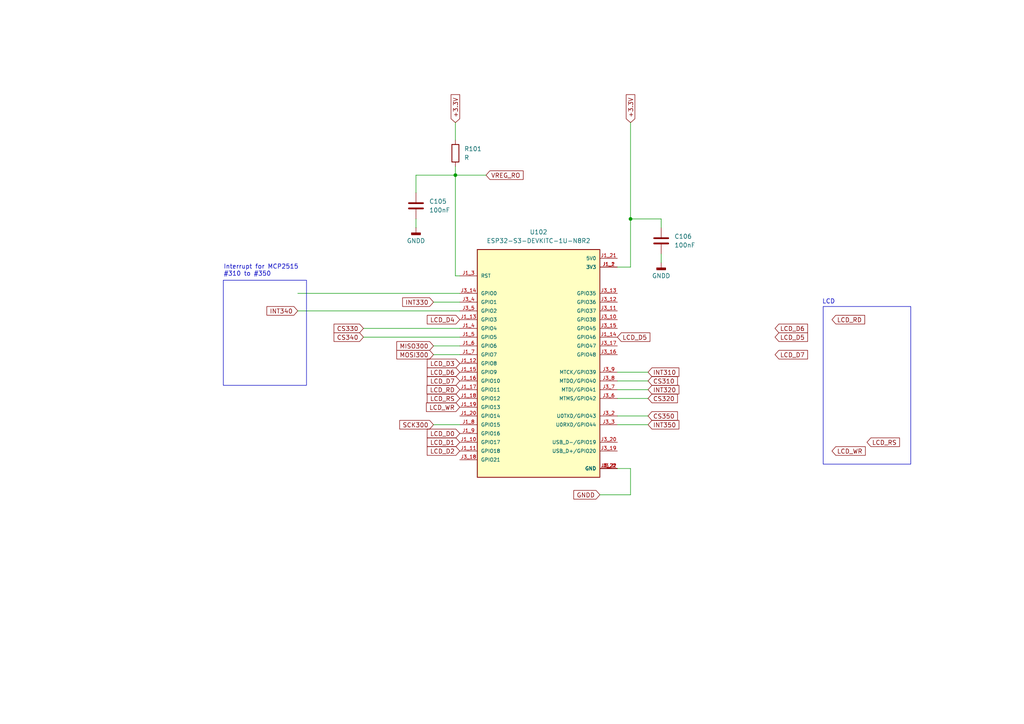
<source format=kicad_sch>
(kicad_sch (version 20250114) (generator "eeschema") (generator_version "9.0")
  (paper "A4")
  (lib_symbols
    (symbol "Device:C" (pin_numbers (hide yes)) (pin_names (offset 0.254))
      (property "Reference" "C" (at 0.635 2.54 0))
      (property "Value" "C" (at 0.635 -2.54 0))
      (symbol "C_0_1"
        (polyline (pts (xy -2.032 0.762) (xy 2.032 0.762)) (stroke (width 0.508)))
        (polyline (pts (xy -2.032 -0.762) (xy 2.032 -0.762)) (stroke (width 0.508)))
      )
      (symbol "C_1_1"
        (pin passive line (at 0 3.81 270) (length 2.794) (name "~") (number "1"))
        (pin passive line (at 0 -3.81 90) (length 2.794) (name "~") (number "2"))
      )
    )
    (symbol "Device:R" (pin_numbers (hide yes)) (pin_names (offset 0))
      (property "Reference" "R" (at 2.032 0 90))
      (property "Value" "R" (at 0 0 90))
      (symbol "R_0_1"
        (rectangle (start -1.016 -2.54) (end 1.016 2.54) (stroke (width 0.254)))
      )
      (symbol "R_1_1"
        (pin passive line (at 0 3.81 270) (length 1.27) (name "~") (number "1"))
        (pin passive line (at 0 -3.81 90) (length 1.27) (name "~") (number "2"))
      )
    )
    (symbol "ESP32-S3-DEVKITC-1U-N8R2:ESP32-S3-DEVKITC-1U-N8R2" (pin_names (offset 1.016))
      (property "Reference" "U" (at -17.78 35.56 0))
      (property "Value" "ESP32-S3-DEVKITC-1U-N8R2" (at -17.78 -35.56 0))
      (symbol "ESP32-S3-DEVKITC-1U-N8R2_0_0"
        (rectangle (start -17.78 -33.02) (end 17.78 33.02) (stroke (width 0.254)) (fill (type background)))
        (pin input line (at -22.86 25.4 0) (length 5.08) (name "RST") (number "J1_3"))
        (pin bidirectional line (at -22.86 20.32 0) (length 5.08) (name "GPIO0") (number "J3_14"))
        (pin bidirectional line (at -22.86 17.78 0) (length 5.08) (name "GPIO1") (number "J3_4"))
        (pin bidirectional line (at -22.86 15.24 0) (length 5.08) (name "GPIO2") (number "J3_5"))
        (pin bidirectional line (at -22.86 12.7 0) (length 5.08) (name "GPIO3") (number "J1_13"))
        (pin bidirectional line (at -22.86 10.16 0) (length 5.08) (name "GPIO4") (number "J1_4"))
        (pin bidirectional line (at -22.86 7.62 0) (length 5.08) (name "GPIO5") (number "J1_5"))
        (pin bidirectional line (at -22.86 5.08 0) (length 5.08) (name "GPIO6") (number "J1_6"))
        (pin bidirectional line (at -22.86 2.54 0) (length 5.08) (name "GPIO7") (number "J1_7"))
        (pin bidirectional line (at -22.86 0 0) (length 5.08) (name "GPIO8") (number "J1_12"))
        (pin bidirectional line (at -22.86 -2.54 0) (length 5.08) (name "GPIO9") (number "J1_15"))
        (pin bidirectional line (at -22.86 -5.08 0) (length 5.08) (name "GPIO10") (number "J1_16"))
        (pin bidirectional line (at -22.86 -7.62 0) (length 5.08) (name "GPIO11") (number "J1_17"))
        (pin bidirectional line (at -22.86 -10.16 0) (length 5.08) (name "GPIO12") (number "J1_18"))
        (pin bidirectional line (at -22.86 -12.7 0) (length 5.08) (name "GPIO13") (number "J1_19"))
        (pin bidirectional line (at -22.86 -15.24 0) (length 5.08) (name "GPIO14") (number "J1_20"))
        (pin bidirectional line (at -22.86 -17.78 0) (length 5.08) (name "GPIO15") (number "J1_8"))
        (pin bidirectional line (at -22.86 -20.32 0) (length 5.08) (name "GPIO16") (number "J1_9"))
        (pin bidirectional line (at -22.86 -22.86 0) (length 5.08) (name "GPIO17") (number "J1_10"))
        (pin bidirectional line (at -22.86 -25.4 0) (length 5.08) (name "GPIO18") (number "J1_11"))
        (pin bidirectional line (at -22.86 -27.94 0) (length 5.08) (name "GPIO21") (number "J3_18"))
        (pin power_in line (at 22.86 30.48 180) (length 5.08) (name "5V0") (number "J1_21"))
        (pin power_in line (at 22.86 27.94 180) (length 5.08) (name "3V3") (number "J1_1"))
        (pin power_in line (at 22.86 27.94 180) (length 5.08) (name "3V3") (number "J1_2"))
        (pin bidirectional line (at 22.86 20.32 180) (length 5.08) (name "GPIO35") (number "J3_13"))
        (pin bidirectional line (at 22.86 17.78 180) (length 5.08) (name "GPIO36") (number "J3_12"))
        (pin bidirectional line (at 22.86 15.24 180) (length 5.08) (name "GPIO37") (number "J3_11"))
        (pin bidirectional line (at 22.86 12.7 180) (length 5.08) (name "GPIO38") (number "J3_10"))
        (pin bidirectional line (at 22.86 10.16 180) (length 5.08) (name "GPIO45") (number "J3_15"))
        (pin bidirectional line (at 22.86 7.62 180) (length 5.08) (name "GPIO46") (number "J1_14"))
        (pin bidirectional line (at 22.86 5.08 180) (length 5.08) (name "GPIO47") (number "J3_17"))
        (pin bidirectional line (at 22.86 2.54 180) (length 5.08) (name "GPIO48") (number "J3_16"))
        (pin bidirectional line (at 22.86 -2.54 180) (length 5.08) (name "MTCK/GPIO39") (number "J3_9"))
        (pin bidirectional line (at 22.86 -5.08 180) (length 5.08) (name "MTDO/GPIO40") (number "J3_8"))
        (pin bidirectional line (at 22.86 -7.62 180) (length 5.08) (name "MTDI/GPIO41") (number "J3_7"))
        (pin bidirectional line (at 22.86 -10.16 180) (length 5.08) (name "MTMS/GPIO42") (number "J3_6"))
        (pin bidirectional line (at 22.86 -15.24 180) (length 5.08) (name "U0TXD/GPIO43") (number "J3_2"))
        (pin bidirectional line (at 22.86 -17.78 180) (length 5.08) (name "U0RXD/GPIO44") (number "J3_3"))
        (pin bidirectional line (at 22.86 -22.86 180) (length 5.08) (name "USB_D-/GPIO19") (number "J3_20"))
        (pin bidirectional line (at 22.86 -25.4 180) (length 5.08) (name "USB_D+/GPIO20") (number "J3_19"))
        (pin power_in line (at 22.86 -30.48 180) (length 5.08) (name "GND") (number "J1_22"))
        (pin power_in line (at 22.86 -30.48 180) (length 5.08) (name "GND") (number "J3_1"))
        (pin power_in line (at 22.86 -30.48 180) (length 5.08) (name "GND") (number "J3_21"))
        (pin power_in line (at 22.86 -30.48 180) (length 5.08) (name "GND") (number "J3_22"))
      )
    )
    (symbol "power:GNDD" (power) (pin_numbers (hide yes)) (pin_names (offset 0) (hide yes))
      (property "Value" "GNDD" (at 0 -3.175 0))
      (symbol "GNDD_0_1"
        (rectangle (start -1.27 -1.524) (end 1.27 -2.032) (stroke (width 0.254)) (fill (type outline)))
        (polyline (pts (xy 0 0) (xy 0 -1.524)))
      )
      (symbol "GNDD_1_1"
        (pin power_in line (at 0 0 270) (length 0) (name "~") (number "1"))
      )
    )
  )
  (rectangle (start 238.76 88.9) (end 264.16 134.62))
  (rectangle (start 64.77 81.28) (end 88.9 111.76))
  (text "LCD" (at 240.3384 87.5762 0) (effects (font (size 1.27 1.27))))
  (text "Interrupt for MCP2515\n#310 to #350" (at 64.83 78.5121 0) (effects (font (size 1.27 1.27)) (justify left)))
  (junction (at 132.08 50.8))
  (junction (at 182.88 63.5))
  (wire (pts (xy 105.41 95.25) (xy 133.35 95.25)))
  (wire (pts (xy 182.88 143.51) (xy 182.88 135.89)))
  (wire (pts (xy 120.65 50.8) (xy 120.65 55.88)))
  (wire (pts (xy 191.77 63.5) (xy 191.77 66.04)))
  (wire (pts (xy 182.88 143.51) (xy 173.99 143.51)))
  (wire (pts (xy 132.08 50.8) (xy 120.65 50.8)))
  (wire (pts (xy 125.73 100.33) (xy 133.35 100.33)))
  (wire (pts (xy 120.65 63.5) (xy 120.65 66.04)))
  (wire (pts (xy 132.08 80.01) (xy 133.35 80.01)))
  (wire (pts (xy 86.36 85.09) (xy 133.35 85.09)))
  (wire (pts (xy 179.07 115.57) (xy 187.96 115.57)))
  (wire (pts (xy 125.73 87.63) (xy 133.35 87.63)))
  (wire (pts (xy 179.07 110.49) (xy 187.96 110.49)))
  (wire (pts (xy 182.88 63.5) (xy 182.88 77.47)))
  (wire (pts (xy 86.36 90.17) (xy 133.35 90.17)))
  (wire (pts (xy 140.97 50.8) (xy 132.08 50.8)))
  (wire (pts (xy 132.08 50.8) (xy 132.08 80.01)))
  (wire (pts (xy 187.96 120.65) (xy 179.07 120.65)))
  (wire (pts (xy 182.88 135.89) (xy 179.07 135.89)))
  (wire (pts (xy 132.08 48.26) (xy 132.08 50.8)))
  (wire (pts (xy 182.88 77.47) (xy 179.07 77.47)))
  (wire (pts (xy 125.73 102.87) (xy 133.35 102.87)))
  (wire (pts (xy 179.07 123.19) (xy 187.96 123.19)))
  (wire (pts (xy 191.77 73.66) (xy 191.77 76.2)))
  (wire (pts (xy 105.41 97.79) (xy 133.35 97.79)))
  (wire (pts (xy 125.73 123.19) (xy 133.35 123.19)))
  (wire (pts (xy 182.88 35.56) (xy 182.88 63.5)))
  (wire (pts (xy 179.07 107.95) (xy 187.96 107.95)))
  (wire (pts (xy 132.08 35.56) (xy 132.08 40.64)))
  (wire (pts (xy 182.88 63.5) (xy 191.77 63.5)))
  (wire (pts (xy 179.07 113.03) (xy 187.96 113.03)))
  (global_label "LCD_D2" (shape input) (at 133.35 130.81 180) (property "Intersheetrefs" "${INTERSHEET_REFS}" (effects (hide yes))))
  (global_label "MISO300" (shape input) (at 125.73 100.33 180) (property "Intersheetrefs" "${INTERSHEET_REFS}" (effects (hide yes))))
  (global_label "INT340" (shape input) (at 86.36 90.17 180) (property "Intersheetrefs" "${INTERSHEET_REFS}" (effects (hide yes))))
  (global_label "CS340" (shape input) (at 105.41 97.79 180) (property "Intersheetrefs" "${INTERSHEET_REFS}" (effects (hide yes))))
  (global_label "INT330" (shape input) (at 125.73 87.63 180) (property "Intersheetrefs" "${INTERSHEET_REFS}" (effects (hide yes))))
  (global_label "INT320" (shape input) (at 187.96 113.03 0) (property "Intersheetrefs" "${INTERSHEET_REFS}" (effects (hide yes))))
  (global_label "LCD_D5" (shape input) (at 179.07 97.79 0) (property "Intersheetrefs" "${INTERSHEET_REFS}" (effects (hide yes))))
  (global_label "LCD_RD" (shape input) (at 241.3 92.71 0) (property "Intersheetrefs" "${INTERSHEET_REFS}" (effects (hide yes))))
  (global_label "LCD_WR" (shape input) (at 241.3 130.81 0) (property "Intersheetrefs" "${INTERSHEET_REFS}" (effects (hide yes))))
  (global_label "+3.3V" (shape input) (at 132.08 35.56 90) (property "Intersheetrefs" "${INTERSHEET_REFS}" (effects (hide yes))))
  (global_label "LCD_D7" (shape input) (at 224.79 102.87 0) (property "Intersheetrefs" "${INTERSHEET_REFS}" (effects (hide yes))))
  (global_label "MOSI300" (shape input) (at 125.73 102.87 180) (property "Intersheetrefs" "${INTERSHEET_REFS}" (effects (hide yes))))
  (global_label "LCD_D6" (shape input) (at 224.79 95.25 0) (property "Intersheetrefs" "${INTERSHEET_REFS}" (effects (hide yes))))
  (global_label "LCD_D1" (shape input) (at 133.35 128.27 180) (property "Intersheetrefs" "${INTERSHEET_REFS}" (effects (hide yes))))
  (global_label "LCD_D4" (shape input) (at 133.35 92.71 180) (property "Intersheetrefs" "${INTERSHEET_REFS}" (effects (hide yes))))
  (global_label "+3.3V" (shape input) (at 182.88 35.56 90) (property "Intersheetrefs" "${INTERSHEET_REFS}" (effects (hide yes))))
  (global_label "SCK300" (shape input) (at 125.73 123.19 180) (property "Intersheetrefs" "${INTERSHEET_REFS}" (effects (hide yes))))
  (global_label "INT350" (shape input) (at 187.96 123.19 0) (property "Intersheetrefs" "${INTERSHEET_REFS}" (effects (hide yes))))
  (global_label "GNDD" (shape input) (at 173.99 143.51 180) (property "Intersheetrefs" "${INTERSHEET_REFS}" (effects (hide yes))))
  (global_label "LCD_D0" (shape input) (at 133.35 125.73 180) (property "Intersheetrefs" "${INTERSHEET_REFS}" (effects (hide yes))))
  (global_label "LCD_D6" (shape input) (at 133.35 107.95 180) (property "Intersheetrefs" "${INTERSHEET_REFS}" (effects (hide yes))))
  (global_label "CS320" (shape input) (at 187.96 115.57 0) (property "Intersheetrefs" "${INTERSHEET_REFS}" (effects (hide yes))))
  (global_label "CS350" (shape input) (at 187.96 120.65 0) (property "Intersheetrefs" "${INTERSHEET_REFS}" (effects (hide yes))))
  (global_label "LCD_WR" (shape input) (at 133.35 118.11 180) (property "Intersheetrefs" "${INTERSHEET_REFS}" (effects (hide yes))))
  (global_label "LCD_RS" (shape input) (at 133.35 115.57 180) (property "Intersheetrefs" "${INTERSHEET_REFS}" (effects (hide yes))))
  (global_label "LCD_RS" (shape input) (at 251.46 128.27 0) (property "Intersheetrefs" "${INTERSHEET_REFS}" (effects (hide yes))))
  (global_label "VREG_RO" (shape input) (at 140.97 50.8 0) (property "Intersheetrefs" "${INTERSHEET_REFS}" (effects (hide yes))))
  (global_label "LCD_D5" (shape input) (at 224.79 97.79 0) (property "Intersheetrefs" "${INTERSHEET_REFS}" (effects (hide yes))))
  (global_label "CS310" (shape input) (at 187.96 110.49 0) (property "Intersheetrefs" "${INTERSHEET_REFS}" (effects (hide yes))))
  (global_label "LCD_D3" (shape input) (at 133.35 105.41 180) (property "Intersheetrefs" "${INTERSHEET_REFS}" (effects (hide yes))))
  (global_label "INT310" (shape input) (at 187.96 107.95 0) (property "Intersheetrefs" "${INTERSHEET_REFS}" (effects (hide yes))))
  (global_label "CS330" (shape input) (at 105.41 95.25 180) (property "Intersheetrefs" "${INTERSHEET_REFS}" (effects (hide yes))))
  (global_label "LCD_D7" (shape input) (at 133.35 110.49 180) (property "Intersheetrefs" "${INTERSHEET_REFS}" (effects (hide yes))))
  (global_label "LCD_RD" (shape input) (at 133.35 113.03 180) (property "Intersheetrefs" "${INTERSHEET_REFS}" (effects (hide yes))))
  (symbol (lib_id "power:GNDD") (at 191.77 76.2 0) (unit 1)
    (property "Reference" "#PWR0109" (effects (hide yes)))
    (property "Value" "GNDD" (at 191.77 80.01 0))
    (property "Description" "Power symbol creates a global label with name \"GNDD\" , digital ground" (effects (hide yes)))
  )
  (symbol (lib_id "Device:C") (at 191.77 69.85 0) (unit 1)
    (property "Reference" "C106" (at 195.58 68.5799 0) (effects (justify left)))
    (property "Value" "100nF" (at 195.58 71.1199 0) (effects (justify left)))
    (property "Description" "Unpolarized capacitor" (effects (hide yes)))
  )
  (symbol (lib_id "Device:R") (at 132.08 44.45 0) (unit 1)
    (property "Reference" "R101" (at 134.62 43.1799 0) (effects (justify left)))
    (property "Value" "R" (at 134.62 45.7199 0) (effects (justify left)))
    (property "Description" "Resistor" (effects (hide yes)))
  )
  (symbol (lib_id "ESP32-S3-DEVKITC-1U-N8R2:ESP32-S3-DEVKITC-1U-N8R2") (at 156.21 105.41 0) (unit 1)
    (property "Reference" "U102" (at 156.21 67.31 0))
    (property "Value" "ESP32-S3-DEVKITC-1U-N8R2" (at 156.21 69.85 0))
    (property "Footprint" "ESP32-S3-DEVKIT:XCVR_ESP32-S3-DEVKITC-1U-N8R2" (effects (hide yes)))
    (property "MF" "Espressif Systems" (effects (hide yes)))
    (property "MAXIMUM_PACKAGE_HEIGHT" "10.69mm" (effects (hide yes)))
    (property "Package" "None" (effects (hide yes)))
    (property "Price" "None" (effects (hide yes)))
    (property "Check_prices" "https://www.snapeda.com/parts/ESP32-S3-DEVKITC-1U-N8R2/Espressif+Systems/view-part/?ref=eda" (effects (hide yes)))
    (property "STANDARD" "Manufacturer Recommendations" (effects (hide yes)))
    (property "PARTREV" "5.3" (effects (hide yes)))
    (property "SnapEDA_Link" "https://www.snapeda.com/parts/ESP32-S3-DEVKITC-1U-N8R2/Espressif+Systems/view-part/?ref=snap" (effects (hide yes)))
    (property "MP" "ESP32-S3-DEVKITC-1U-N8R2" (effects (hide yes)))
    (property "Description_1" "The ESP32-S3-DEVKITC-1U-N8R2 Evaluation Board from Espressif Systems is a versatile development platform designed for wireless communication applications. It features the ESP32-S3-WROOM-1U-N8R2 transceiver, supporting 802.11 b/g/n Wi-Fi and Bluetooth® 5.x BLE at 2.4GHz, ensuring reliable connectivity. Equipped with 8MB Quad SPI Flash and 2MB Quad SPI, along with 512KB SRAM and 384KB ROM, the board provides ample memory for handling complex tasks efficiently." (effects (hide yes)))
    (property "Availability" "In Stock" (effects (hide yes)))
    (property "MANUFACTURER" "Espressif" (effects (hide yes)))
  )
  (symbol (lib_id "power:GNDD") (at 120.65 66.04 0) (unit 1)
    (property "Reference" "#PWR0108" (effects (hide yes)))
    (property "Value" "GNDD" (at 120.65 69.85 0))
    (property "Description" "Power symbol creates a global label with name \"GNDD\" , digital ground" (effects (hide yes)))
  )
  (symbol (lib_id "Device:C") (at 120.65 59.69 0) (unit 1)
    (property "Reference" "C105" (at 124.46 58.4199 0) (effects (justify left)))
    (property "Value" "100nF" (at 124.46 60.9599 0) (effects (justify left)))
    (property "Description" "Unpolarized capacitor" (effects (hide yes)))
  )
)
</source>
